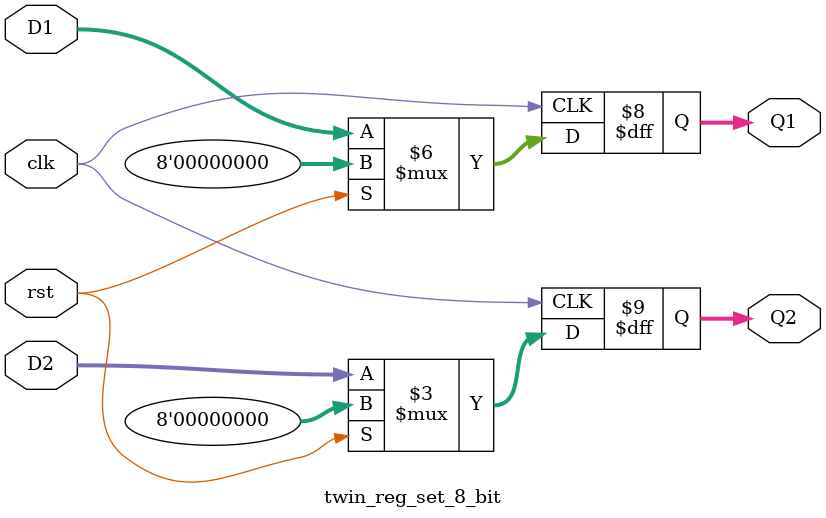
<source format=sv>
module twin_reg_set_8_bit(Q1,Q2,clk,rst,D1,D2);
  input clk,rst;
  input [7:0] D1,D2;
  output reg [7:0] Q1,Q2;
  
  always @(posedge clk)
    begin 
      if(rst) begin
        Q1 <= 8'b0;
        Q2 <= 8'b0;
      end
      else begin
        Q1 <= D1;
        Q2 <= D2;
      end
    end
endmodule

</source>
